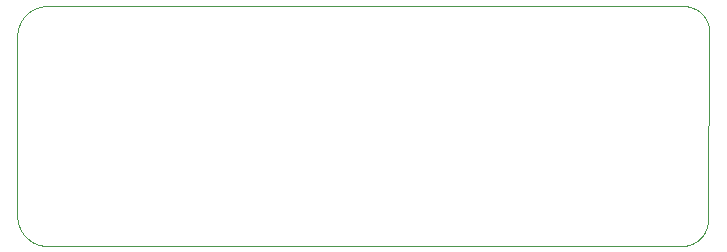
<source format=gko>
G75*
%MOIN*%
%OFA0B0*%
%FSLAX25Y25*%
%IPPOS*%
%LPD*%
%AMOC8*
5,1,8,0,0,1.08239X$1,22.5*
%
%ADD10C,0.00000*%
D10*
X0011500Y0003000D02*
X0223000Y0003000D01*
X0223210Y0003003D01*
X0223420Y0003010D01*
X0223630Y0003023D01*
X0223840Y0003041D01*
X0224049Y0003063D01*
X0224257Y0003091D01*
X0224465Y0003124D01*
X0224672Y0003162D01*
X0224878Y0003205D01*
X0225082Y0003253D01*
X0225286Y0003306D01*
X0225488Y0003363D01*
X0225689Y0003426D01*
X0225888Y0003493D01*
X0226085Y0003565D01*
X0226281Y0003642D01*
X0226475Y0003724D01*
X0226667Y0003810D01*
X0226856Y0003901D01*
X0227044Y0003997D01*
X0227229Y0004097D01*
X0227411Y0004201D01*
X0227591Y0004310D01*
X0227768Y0004423D01*
X0227943Y0004540D01*
X0228114Y0004662D01*
X0228283Y0004787D01*
X0228448Y0004917D01*
X0228611Y0005051D01*
X0228770Y0005188D01*
X0228926Y0005330D01*
X0229078Y0005475D01*
X0229226Y0005623D01*
X0229371Y0005775D01*
X0229513Y0005931D01*
X0229650Y0006090D01*
X0229784Y0006253D01*
X0229914Y0006418D01*
X0230039Y0006587D01*
X0230161Y0006758D01*
X0230278Y0006933D01*
X0230391Y0007110D01*
X0230500Y0007290D01*
X0230604Y0007472D01*
X0230704Y0007657D01*
X0230800Y0007845D01*
X0230891Y0008034D01*
X0230977Y0008226D01*
X0231059Y0008420D01*
X0231136Y0008616D01*
X0231208Y0008813D01*
X0231275Y0009012D01*
X0231338Y0009213D01*
X0231395Y0009415D01*
X0231448Y0009619D01*
X0231496Y0009823D01*
X0231539Y0010029D01*
X0231577Y0010236D01*
X0231610Y0010444D01*
X0231638Y0010652D01*
X0231660Y0010861D01*
X0231678Y0011071D01*
X0231691Y0011281D01*
X0231698Y0011491D01*
X0231701Y0011701D01*
X0232201Y0074260D01*
X0232198Y0074470D01*
X0232191Y0074680D01*
X0232178Y0074890D01*
X0232160Y0075100D01*
X0232138Y0075309D01*
X0232110Y0075517D01*
X0232077Y0075725D01*
X0232039Y0075932D01*
X0231996Y0076138D01*
X0231948Y0076342D01*
X0231895Y0076546D01*
X0231838Y0076748D01*
X0231775Y0076949D01*
X0231708Y0077148D01*
X0231636Y0077345D01*
X0231559Y0077541D01*
X0231477Y0077735D01*
X0231391Y0077927D01*
X0231300Y0078116D01*
X0231204Y0078304D01*
X0231104Y0078489D01*
X0231000Y0078671D01*
X0230891Y0078851D01*
X0230778Y0079028D01*
X0230661Y0079203D01*
X0230539Y0079374D01*
X0230414Y0079543D01*
X0230284Y0079708D01*
X0230150Y0079871D01*
X0230013Y0080030D01*
X0229871Y0080186D01*
X0229726Y0080338D01*
X0229578Y0080486D01*
X0229426Y0080631D01*
X0229270Y0080773D01*
X0229111Y0080910D01*
X0228948Y0081044D01*
X0228783Y0081174D01*
X0228614Y0081299D01*
X0228443Y0081421D01*
X0228268Y0081538D01*
X0228091Y0081651D01*
X0227911Y0081760D01*
X0227729Y0081864D01*
X0227544Y0081964D01*
X0227356Y0082060D01*
X0227167Y0082151D01*
X0226975Y0082237D01*
X0226781Y0082319D01*
X0226585Y0082396D01*
X0226388Y0082468D01*
X0226189Y0082535D01*
X0225988Y0082598D01*
X0225786Y0082655D01*
X0225582Y0082708D01*
X0225378Y0082756D01*
X0225172Y0082799D01*
X0224965Y0082837D01*
X0224757Y0082870D01*
X0224549Y0082898D01*
X0224340Y0082920D01*
X0224130Y0082938D01*
X0223920Y0082951D01*
X0223710Y0082958D01*
X0223500Y0082961D01*
X0011461Y0082961D01*
X0011220Y0082958D01*
X0010980Y0082949D01*
X0010739Y0082935D01*
X0010500Y0082914D01*
X0010260Y0082888D01*
X0010022Y0082856D01*
X0009784Y0082819D01*
X0009547Y0082775D01*
X0009312Y0082726D01*
X0009077Y0082672D01*
X0008844Y0082611D01*
X0008613Y0082545D01*
X0008383Y0082473D01*
X0008155Y0082396D01*
X0007929Y0082314D01*
X0007705Y0082226D01*
X0007483Y0082132D01*
X0007263Y0082033D01*
X0007046Y0081929D01*
X0006832Y0081820D01*
X0006620Y0081706D01*
X0006411Y0081586D01*
X0006205Y0081462D01*
X0006002Y0081332D01*
X0005803Y0081198D01*
X0005606Y0081059D01*
X0005413Y0080915D01*
X0005224Y0080766D01*
X0005038Y0080613D01*
X0004856Y0080456D01*
X0004677Y0080294D01*
X0004503Y0080128D01*
X0004333Y0079958D01*
X0004167Y0079784D01*
X0004005Y0079605D01*
X0003848Y0079423D01*
X0003695Y0079237D01*
X0003546Y0079048D01*
X0003402Y0078855D01*
X0003263Y0078658D01*
X0003129Y0078459D01*
X0002999Y0078256D01*
X0002875Y0078050D01*
X0002755Y0077841D01*
X0002641Y0077629D01*
X0002532Y0077415D01*
X0002428Y0077198D01*
X0002329Y0076978D01*
X0002235Y0076756D01*
X0002147Y0076532D01*
X0002065Y0076306D01*
X0001988Y0076078D01*
X0001916Y0075848D01*
X0001850Y0075617D01*
X0001789Y0075384D01*
X0001735Y0075149D01*
X0001686Y0074914D01*
X0001642Y0074677D01*
X0001605Y0074439D01*
X0001573Y0074201D01*
X0001547Y0073961D01*
X0001526Y0073722D01*
X0001512Y0073481D01*
X0001503Y0073241D01*
X0001500Y0073000D01*
X0001500Y0013000D01*
X0001503Y0012758D01*
X0001512Y0012517D01*
X0001526Y0012276D01*
X0001547Y0012035D01*
X0001573Y0011795D01*
X0001605Y0011555D01*
X0001643Y0011316D01*
X0001686Y0011079D01*
X0001736Y0010842D01*
X0001791Y0010607D01*
X0001851Y0010373D01*
X0001918Y0010141D01*
X0001989Y0009910D01*
X0002067Y0009681D01*
X0002150Y0009454D01*
X0002238Y0009229D01*
X0002332Y0009006D01*
X0002431Y0008786D01*
X0002536Y0008568D01*
X0002645Y0008353D01*
X0002760Y0008140D01*
X0002880Y0007930D01*
X0003005Y0007724D01*
X0003135Y0007520D01*
X0003270Y0007319D01*
X0003410Y0007122D01*
X0003554Y0006928D01*
X0003703Y0006738D01*
X0003857Y0006552D01*
X0004015Y0006369D01*
X0004177Y0006190D01*
X0004344Y0006015D01*
X0004515Y0005844D01*
X0004690Y0005677D01*
X0004869Y0005515D01*
X0005052Y0005357D01*
X0005238Y0005203D01*
X0005428Y0005054D01*
X0005622Y0004910D01*
X0005819Y0004770D01*
X0006020Y0004635D01*
X0006224Y0004505D01*
X0006430Y0004380D01*
X0006640Y0004260D01*
X0006853Y0004145D01*
X0007068Y0004036D01*
X0007286Y0003931D01*
X0007506Y0003832D01*
X0007729Y0003738D01*
X0007954Y0003650D01*
X0008181Y0003567D01*
X0008410Y0003489D01*
X0008641Y0003418D01*
X0008873Y0003351D01*
X0009107Y0003291D01*
X0009342Y0003236D01*
X0009579Y0003186D01*
X0009816Y0003143D01*
X0010055Y0003105D01*
X0010295Y0003073D01*
X0010535Y0003047D01*
X0010776Y0003026D01*
X0011017Y0003012D01*
X0011258Y0003003D01*
X0011500Y0003000D01*
M02*

</source>
